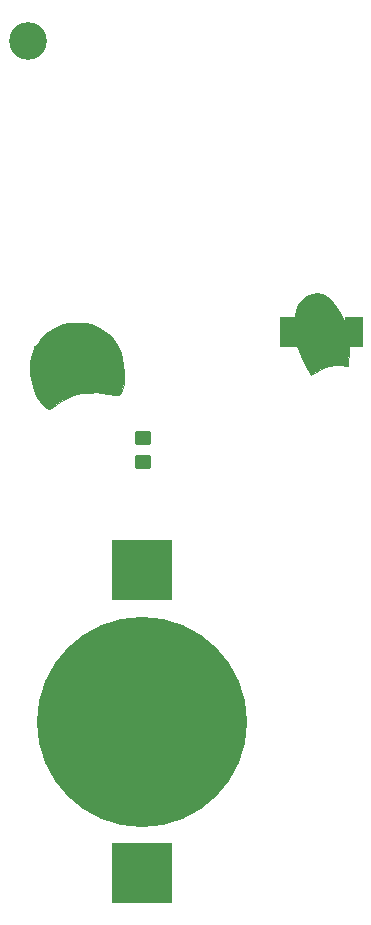
<source format=gbr>
G04 #@! TF.GenerationSoftware,KiCad,Pcbnew,6.0.6-3a73a75311~116~ubuntu21.10.1*
G04 #@! TF.CreationDate,2023-05-20T20:22:18-06:00*
G04 #@! TF.ProjectId,reddit,72656464-6974-42e6-9b69-6361645f7063,rev?*
G04 #@! TF.SameCoordinates,Original*
G04 #@! TF.FileFunction,Soldermask,Bot*
G04 #@! TF.FilePolarity,Negative*
%FSLAX46Y46*%
G04 Gerber Fmt 4.6, Leading zero omitted, Abs format (unit mm)*
G04 Created by KiCad (PCBNEW 6.0.6-3a73a75311~116~ubuntu21.10.1) date 2023-05-20 20:22:18*
%MOMM*%
%LPD*%
G01*
G04 APERTURE LIST*
G04 Aperture macros list*
%AMRoundRect*
0 Rectangle with rounded corners*
0 $1 Rounding radius*
0 $2 $3 $4 $5 $6 $7 $8 $9 X,Y pos of 4 corners*
0 Add a 4 corners polygon primitive as box body*
4,1,4,$2,$3,$4,$5,$6,$7,$8,$9,$2,$3,0*
0 Add four circle primitives for the rounded corners*
1,1,$1+$1,$2,$3*
1,1,$1+$1,$4,$5*
1,1,$1+$1,$6,$7*
1,1,$1+$1,$8,$9*
0 Add four rect primitives between the rounded corners*
20,1,$1+$1,$2,$3,$4,$5,0*
20,1,$1+$1,$4,$5,$6,$7,0*
20,1,$1+$1,$6,$7,$8,$9,0*
20,1,$1+$1,$8,$9,$2,$3,0*%
G04 Aperture macros list end*
%ADD10C,0.100000*%
%ADD11C,3.200000*%
%ADD12R,5.100000X5.100000*%
%ADD13C,17.800000*%
%ADD14R,1.500000X2.600000*%
%ADD15RoundRect,0.250000X0.450000X-0.350000X0.450000X0.350000X-0.450000X0.350000X-0.450000X-0.350000X0*%
G04 APERTURE END LIST*
D10*
G36*
X140131800Y-83108800D02*
G01*
X140716000Y-83261200D01*
X141274800Y-83566000D01*
X141808200Y-83896200D01*
X142240000Y-84277200D01*
X142595600Y-84785200D01*
X142773400Y-85115400D01*
X142976600Y-85598000D01*
X143103600Y-86055200D01*
X143205200Y-86664800D01*
X143256000Y-87274400D01*
X143256000Y-87680800D01*
X143230600Y-88265000D01*
X143078200Y-88747600D01*
X142900400Y-89077800D01*
X142748000Y-89204800D01*
X142494000Y-89179400D01*
X142011400Y-89103200D01*
X141300200Y-88976200D01*
X140868400Y-88950800D01*
X140385800Y-88976200D01*
X139725400Y-89027000D01*
X139268200Y-89128600D01*
X138760200Y-89306400D01*
X138125200Y-89585800D01*
X137541000Y-89941400D01*
X137236200Y-90195400D01*
X136931400Y-90347800D01*
X136626600Y-90297000D01*
X136347200Y-89916000D01*
X135839200Y-89281000D01*
X135610600Y-88798400D01*
X135432800Y-88061800D01*
X135305800Y-87452200D01*
X135255000Y-87020400D01*
X135280400Y-86512400D01*
X135382000Y-86029800D01*
X135559800Y-85496400D01*
X135788400Y-85013800D01*
X136017000Y-84658200D01*
X136347200Y-84251800D01*
X136804400Y-83845400D01*
X137210800Y-83566000D01*
X137617200Y-83388200D01*
X138099800Y-83210400D01*
X138633200Y-83108800D01*
X139166600Y-83058000D01*
X139725400Y-83058000D01*
X140131800Y-83108800D01*
G37*
X140131800Y-83108800D02*
X140716000Y-83261200D01*
X141274800Y-83566000D01*
X141808200Y-83896200D01*
X142240000Y-84277200D01*
X142595600Y-84785200D01*
X142773400Y-85115400D01*
X142976600Y-85598000D01*
X143103600Y-86055200D01*
X143205200Y-86664800D01*
X143256000Y-87274400D01*
X143256000Y-87680800D01*
X143230600Y-88265000D01*
X143078200Y-88747600D01*
X142900400Y-89077800D01*
X142748000Y-89204800D01*
X142494000Y-89179400D01*
X142011400Y-89103200D01*
X141300200Y-88976200D01*
X140868400Y-88950800D01*
X140385800Y-88976200D01*
X139725400Y-89027000D01*
X139268200Y-89128600D01*
X138760200Y-89306400D01*
X138125200Y-89585800D01*
X137541000Y-89941400D01*
X137236200Y-90195400D01*
X136931400Y-90347800D01*
X136626600Y-90297000D01*
X136347200Y-89916000D01*
X135839200Y-89281000D01*
X135610600Y-88798400D01*
X135432800Y-88061800D01*
X135305800Y-87452200D01*
X135255000Y-87020400D01*
X135280400Y-86512400D01*
X135382000Y-86029800D01*
X135559800Y-85496400D01*
X135788400Y-85013800D01*
X136017000Y-84658200D01*
X136347200Y-84251800D01*
X136804400Y-83845400D01*
X137210800Y-83566000D01*
X137617200Y-83388200D01*
X138099800Y-83210400D01*
X138633200Y-83108800D01*
X139166600Y-83058000D01*
X139725400Y-83058000D01*
X140131800Y-83108800D01*
G36*
X160020000Y-80645000D02*
G01*
X160350200Y-80822800D01*
X160680400Y-81076800D01*
X161086800Y-81534000D01*
X161442400Y-82067400D01*
X161798000Y-82702400D01*
X162001200Y-83210400D01*
X162153600Y-83820000D01*
X162229800Y-84353400D01*
X162306000Y-85090000D01*
X162306000Y-85725000D01*
X162255200Y-86283800D01*
X162204400Y-86715600D01*
X161569400Y-86664800D01*
X161086800Y-86664800D01*
X160604200Y-86741000D01*
X160121600Y-86918800D01*
X159537400Y-87198200D01*
X159054800Y-87477600D01*
X158572200Y-86614000D01*
X158216600Y-85852000D01*
X157937200Y-85039200D01*
X157810200Y-84734400D01*
X157734000Y-83947000D01*
X157734000Y-83083400D01*
X157759400Y-82423000D01*
X157911800Y-81737200D01*
X158191200Y-81305400D01*
X158724600Y-80797400D01*
X159181800Y-80619600D01*
X159562800Y-80568800D01*
X160020000Y-80645000D01*
G37*
X160020000Y-80645000D02*
X160350200Y-80822800D01*
X160680400Y-81076800D01*
X161086800Y-81534000D01*
X161442400Y-82067400D01*
X161798000Y-82702400D01*
X162001200Y-83210400D01*
X162153600Y-83820000D01*
X162229800Y-84353400D01*
X162306000Y-85090000D01*
X162306000Y-85725000D01*
X162255200Y-86283800D01*
X162204400Y-86715600D01*
X161569400Y-86664800D01*
X161086800Y-86664800D01*
X160604200Y-86741000D01*
X160121600Y-86918800D01*
X159537400Y-87198200D01*
X159054800Y-87477600D01*
X158572200Y-86614000D01*
X158216600Y-85852000D01*
X157937200Y-85039200D01*
X157810200Y-84734400D01*
X157734000Y-83947000D01*
X157734000Y-83083400D01*
X157759400Y-82423000D01*
X157911800Y-81737200D01*
X158191200Y-81305400D01*
X158724600Y-80797400D01*
X159181800Y-80619600D01*
X159562800Y-80568800D01*
X160020000Y-80645000D01*
D11*
X135102600Y-59182000D03*
D12*
X144780000Y-104040000D03*
X144780000Y-129640000D03*
D13*
X144780000Y-116840000D03*
D14*
X136367200Y-86309200D03*
X141867200Y-86309200D03*
X157192400Y-83870800D03*
X162692400Y-83870800D03*
D15*
X144825000Y-94825000D03*
X144825000Y-92825000D03*
M02*

</source>
